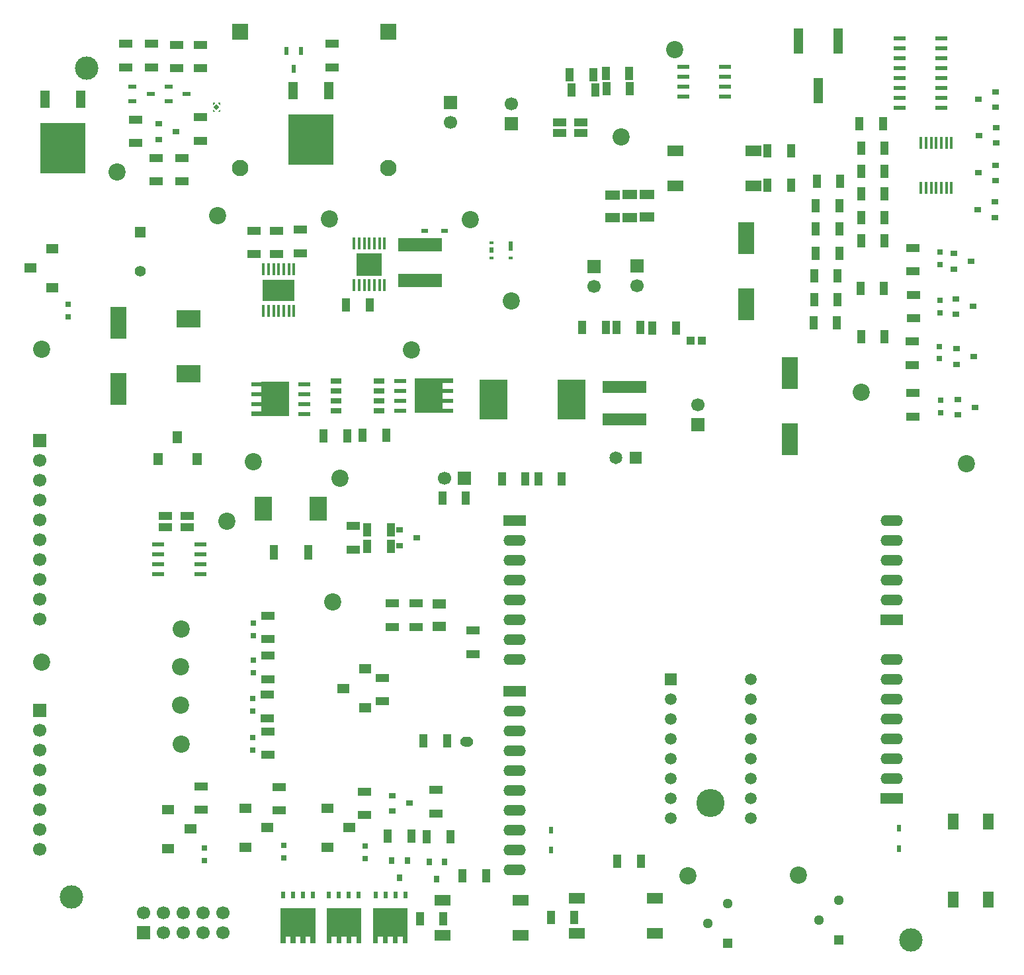
<source format=gts>
G04*
G04 #@! TF.GenerationSoftware,Altium Limited,Altium Designer,22.2.1 (43)*
G04*
G04 Layer_Color=8388736*
%FSLAX25Y25*%
%MOIN*%
G70*
G04*
G04 #@! TF.SameCoordinates,5D24457F-3748-4EF7-84A7-D0A6444830B3*
G04*
G04*
G04 #@! TF.FilePolarity,Negative*
G04*
G01*
G75*
%ADD18R,0.06299X0.04724*%
%ADD19R,0.04724X0.06299*%
%ADD20R,0.08268X0.05512*%
%ADD21R,0.03543X0.03150*%
%ADD22R,0.03937X0.02362*%
%ADD23R,0.01772X0.05906*%
%ADD24R,0.01772X0.06299*%
%ADD25R,0.12598X0.11221*%
%ADD26R,0.01772X0.06102*%
%ADD27R,0.16142X0.10827*%
%ADD28R,0.05906X0.02362*%
%ADD29R,0.06102X0.02362*%
%ADD30R,0.06299X0.02362*%
%ADD31R,0.05787X0.02559*%
%ADD32R,0.03937X0.07598*%
%ADD33R,0.01968X0.03347*%
%ADD34R,0.06890X0.04331*%
%ADD35R,0.04134X0.07087*%
%ADD36R,0.03937X0.03937*%
%ADD37R,0.04685X0.12992*%
%ADD38R,0.03150X0.03150*%
%ADD39R,0.22047X0.06496*%
%ADD40R,0.22441X0.07087*%
%ADD41R,0.13976X0.20079*%
%ADD43R,0.01968X0.01575*%
%ADD44R,0.01968X0.05118*%
%ADD45R,0.01968X0.02953*%
%ADD46R,0.08661X0.12402*%
%ADD47R,0.07480X0.05118*%
%ADD48R,0.08268X0.16142*%
%ADD49R,0.07087X0.04724*%
%ADD50R,0.02362X0.03937*%
%ADD51R,0.12402X0.08661*%
%ADD52R,0.03347X0.01968*%
%ADD53R,0.03150X0.03543*%
%ADD54R,0.07087X0.04134*%
%ADD55R,0.05512X0.08268*%
%ADD56R,0.22835X0.25197*%
%ADD57R,0.04724X0.08661*%
%ADD58P,0.02673X4X360.0*%
%ADD59R,0.05512X0.02362*%
%ADD60R,0.01968X0.03642*%
%ADD61C,0.11811*%
%ADD62C,0.05906*%
%ADD63C,0.05079*%
%ADD64R,0.05079X0.05079*%
%ADD65C,0.14173*%
%ADD66R,0.05906X0.05906*%
%ADD67C,0.08661*%
%ADD68C,0.08268*%
%ADD69R,0.08268X0.08268*%
%ADD70C,0.06693*%
%ADD71R,0.06693X0.06693*%
%ADD72R,0.06457X0.06457*%
%ADD73C,0.06457*%
%ADD74R,0.05512X0.05512*%
%ADD75C,0.05512*%
%ADD76R,0.11201X0.05598*%
%ADD77O,0.11201X0.05598*%
%ADD78R,0.06693X0.06693*%
G36*
X98152Y434175D02*
X97327Y434852D01*
Y435466D01*
X98152D01*
Y434175D01*
D02*
G37*
G36*
X95592Y434852D02*
X94768Y434175D01*
Y435466D01*
X95592D01*
Y434852D01*
D02*
G37*
G36*
X98152Y430665D02*
X97327D01*
Y431279D01*
X98152Y431957D01*
Y430665D01*
D02*
G37*
G36*
X95592Y431279D02*
Y430665D01*
X94768D01*
Y431957D01*
X95592Y431279D01*
D02*
G37*
G36*
X215751Y293971D02*
X210436D01*
Y278971D01*
X196479D01*
Y296334D01*
X215751D01*
Y293971D01*
D02*
G37*
G36*
X133094Y277397D02*
X113822D01*
Y279759D01*
X119137D01*
Y294759D01*
X133094D01*
Y277397D01*
D02*
G37*
G36*
X224186Y115748D02*
X225016Y115194D01*
X225570Y114364D01*
X225765Y113386D01*
X225570Y112407D01*
X225016Y111578D01*
X224186Y111023D01*
X223208Y110829D01*
X223005Y110869D01*
X222010D01*
X221808Y110829D01*
X220829Y111023D01*
X220000Y111578D01*
X219445Y112407D01*
X219251Y113386D01*
X219445Y114364D01*
X220000Y115194D01*
X220829Y115748D01*
X221808Y115943D01*
X222006Y115903D01*
X222008Y115886D01*
Y115903D01*
X223008D01*
Y115886D01*
X223010Y115903D01*
X223208Y115943D01*
X224186Y115748D01*
D02*
G37*
G36*
X192768Y11853D02*
X190406D01*
Y15003D01*
X187768D01*
Y11853D01*
X185406D01*
Y15003D01*
X182768D01*
Y11853D01*
X180406D01*
Y15003D01*
X177768D01*
Y11853D01*
X175406D01*
Y29393D01*
X192768D01*
Y11853D01*
D02*
G37*
G36*
X169311Y11829D02*
X166949D01*
Y14978D01*
X164311D01*
Y11829D01*
X161949D01*
Y14978D01*
X159311D01*
Y11829D01*
X156949D01*
Y14978D01*
X154311D01*
Y11829D01*
X151949D01*
Y29368D01*
X169311D01*
Y11829D01*
D02*
G37*
G36*
X146173Y11829D02*
X143811D01*
Y14978D01*
X141173D01*
Y11829D01*
X138811D01*
Y14978D01*
X136173D01*
Y11829D01*
X133811D01*
Y14978D01*
X131173D01*
Y11829D01*
X128811D01*
Y29368D01*
X146173D01*
Y11829D01*
D02*
G37*
D18*
X72138Y59449D02*
D03*
Y79134D02*
D03*
X83162Y69291D02*
D03*
X2759Y351963D02*
D03*
X13782Y342121D02*
D03*
Y361806D02*
D03*
X122138Y70079D02*
D03*
X111114Y79921D02*
D03*
Y60236D02*
D03*
X163477Y70079D02*
D03*
X152453Y79921D02*
D03*
Y60236D02*
D03*
X160236Y140248D02*
D03*
X171260Y130406D02*
D03*
Y150091D02*
D03*
D19*
X76775Y266924D02*
D03*
X66932Y255901D02*
D03*
X86617D02*
D03*
D20*
X277953Y34449D02*
D03*
X317323D02*
D03*
X277953Y16732D02*
D03*
X317323D02*
D03*
X327562Y411019D02*
D03*
X366932D02*
D03*
X327562Y393302D02*
D03*
X366932D02*
D03*
X210236Y33465D02*
D03*
X249606D02*
D03*
X210236Y15748D02*
D03*
X249606D02*
D03*
D21*
X470082Y285822D02*
D03*
Y277948D02*
D03*
X478743Y281885D02*
D03*
X197247Y216137D02*
D03*
X188586Y212200D02*
D03*
Y220074D02*
D03*
X480712Y418893D02*
D03*
X489373Y422830D02*
D03*
Y414956D02*
D03*
X480318Y437003D02*
D03*
X488979Y440940D02*
D03*
Y433066D02*
D03*
Y396058D02*
D03*
Y403932D02*
D03*
X480318Y399995D02*
D03*
X185039Y86221D02*
D03*
Y78347D02*
D03*
X193701Y82284D02*
D03*
X476775Y355507D02*
D03*
X468113Y351570D02*
D03*
Y359444D02*
D03*
X477562Y332672D02*
D03*
X468901Y328735D02*
D03*
Y336609D02*
D03*
X477956Y307475D02*
D03*
X469294Y303538D02*
D03*
Y311412D02*
D03*
X75987Y420861D02*
D03*
X67326Y416924D02*
D03*
Y424798D02*
D03*
X488586Y377554D02*
D03*
Y385428D02*
D03*
X479924Y381491D02*
D03*
D22*
X72247Y443499D02*
D03*
Y436019D02*
D03*
X81302Y439759D02*
D03*
X63192D02*
D03*
X54137Y436019D02*
D03*
Y443499D02*
D03*
D23*
X451428Y415153D02*
D03*
X453987D02*
D03*
X456546D02*
D03*
X459105D02*
D03*
X461664D02*
D03*
X464223D02*
D03*
X466782D02*
D03*
Y392318D02*
D03*
X464223D02*
D03*
X461664D02*
D03*
X459105D02*
D03*
X456546D02*
D03*
X453987D02*
D03*
X451428D02*
D03*
D24*
X165751Y343302D02*
D03*
X168310D02*
D03*
X170869D02*
D03*
X173428D02*
D03*
X175987D02*
D03*
X178546D02*
D03*
X181105D02*
D03*
Y364562D02*
D03*
X178546D02*
D03*
X175987D02*
D03*
X173428D02*
D03*
X170869D02*
D03*
X168310D02*
D03*
X165751D02*
D03*
D25*
X173428Y353932D02*
D03*
D26*
X120082Y330310D02*
D03*
X122641D02*
D03*
X125200D02*
D03*
X127759D02*
D03*
X130318D02*
D03*
X132877D02*
D03*
X135436D02*
D03*
Y351570D02*
D03*
X132877D02*
D03*
X130318D02*
D03*
X127759D02*
D03*
X125200D02*
D03*
X122641D02*
D03*
X120082D02*
D03*
D27*
X127759Y340940D02*
D03*
D28*
X352562Y438558D02*
D03*
Y443558D02*
D03*
Y448558D02*
D03*
Y453558D02*
D03*
X331696D02*
D03*
Y448558D02*
D03*
Y443558D02*
D03*
Y438558D02*
D03*
X140554Y278578D02*
D03*
Y283578D02*
D03*
Y288578D02*
D03*
Y293578D02*
D03*
X189019Y280153D02*
D03*
Y285153D02*
D03*
Y290153D02*
D03*
Y295152D02*
D03*
D29*
X88192Y197751D02*
D03*
Y202751D02*
D03*
Y207751D02*
D03*
Y212751D02*
D03*
X66932D02*
D03*
Y207751D02*
D03*
Y202751D02*
D03*
Y197751D02*
D03*
D30*
X461814Y467889D02*
D03*
Y462889D02*
D03*
Y457889D02*
D03*
Y452889D02*
D03*
Y447889D02*
D03*
Y442889D02*
D03*
Y437889D02*
D03*
Y432889D02*
D03*
X440554D02*
D03*
Y437889D02*
D03*
Y442889D02*
D03*
Y447889D02*
D03*
Y452889D02*
D03*
Y457889D02*
D03*
Y462889D02*
D03*
Y467889D02*
D03*
D31*
X178349Y280153D02*
D03*
Y285153D02*
D03*
Y290153D02*
D03*
Y295152D02*
D03*
X156578D02*
D03*
Y290153D02*
D03*
Y285153D02*
D03*
Y280153D02*
D03*
D32*
X142562Y208656D02*
D03*
X125160D02*
D03*
D33*
X264961Y58661D02*
D03*
Y68898D02*
D03*
X440158Y69685D02*
D03*
Y59449D02*
D03*
D34*
X81499Y227005D02*
D03*
X70672Y221494D02*
D03*
X81499D02*
D03*
X70672Y227005D02*
D03*
X269291Y420079D02*
D03*
X280118Y425591D02*
D03*
X269291D02*
D03*
X280118Y420079D02*
D03*
D35*
X410239Y359444D02*
D03*
X398428D02*
D03*
X194488Y65748D02*
D03*
X182677D02*
D03*
X202362Y65354D02*
D03*
X214173D02*
D03*
X184255Y220074D02*
D03*
X172444D02*
D03*
X184255Y211806D02*
D03*
X172444D02*
D03*
X212598Y113779D02*
D03*
X200787D02*
D03*
X161814Y333460D02*
D03*
X173625D02*
D03*
X150397Y267318D02*
D03*
X162208D02*
D03*
X170082Y267711D02*
D03*
X181893D02*
D03*
X409058Y324404D02*
D03*
X397247D02*
D03*
X421263Y377554D02*
D03*
X433074D02*
D03*
X397641Y336215D02*
D03*
X409452D02*
D03*
X420475Y424798D02*
D03*
X432286D02*
D03*
X280712Y322042D02*
D03*
X292523D02*
D03*
X298034D02*
D03*
X309845D02*
D03*
X316145Y321649D02*
D03*
X327956D02*
D03*
X374019Y393696D02*
D03*
X385830D02*
D03*
X374019Y411019D02*
D03*
X385830D02*
D03*
X421263Y365743D02*
D03*
X433074D02*
D03*
X433074Y400782D02*
D03*
X421263D02*
D03*
X433074Y317318D02*
D03*
X421263D02*
D03*
X421263Y389365D02*
D03*
X433074D02*
D03*
X397641Y348026D02*
D03*
X409452D02*
D03*
X420869Y341727D02*
D03*
X432680D02*
D03*
X287247Y441732D02*
D03*
X275436D02*
D03*
X292913Y442520D02*
D03*
X304724D02*
D03*
X286221Y449606D02*
D03*
X274410D02*
D03*
X292520Y450000D02*
D03*
X304331D02*
D03*
X210236Y236221D02*
D03*
X222047D02*
D03*
X258661Y245669D02*
D03*
X270472D02*
D03*
X232283Y45669D02*
D03*
X220472D02*
D03*
X198819Y24016D02*
D03*
X210630D02*
D03*
X310236Y53150D02*
D03*
X298425D02*
D03*
X264961Y24946D02*
D03*
X276772D02*
D03*
X251972Y245664D02*
D03*
X240160D02*
D03*
X398822Y395664D02*
D03*
X410633D02*
D03*
X421263Y412593D02*
D03*
X433074D02*
D03*
X410239Y383460D02*
D03*
X398428D02*
D03*
X410239Y371649D02*
D03*
X398428D02*
D03*
D36*
X335236Y315354D02*
D03*
X341142D02*
D03*
D37*
X399609Y441334D02*
D03*
X409609Y466530D02*
D03*
X389609D02*
D03*
D38*
X461420Y285428D02*
D03*
Y279129D02*
D03*
X21656Y333853D02*
D03*
Y327554D02*
D03*
X461027Y329522D02*
D03*
Y335822D02*
D03*
X460633Y306294D02*
D03*
Y312593D02*
D03*
X461027Y353932D02*
D03*
Y360231D02*
D03*
X90158Y53543D02*
D03*
Y59842D02*
D03*
X114567Y115354D02*
D03*
Y109055D02*
D03*
X130315Y54724D02*
D03*
Y61024D02*
D03*
X171260Y54331D02*
D03*
Y60630D02*
D03*
X114567Y135039D02*
D03*
Y128740D02*
D03*
X114961Y148031D02*
D03*
Y154331D02*
D03*
Y173228D02*
D03*
Y166929D02*
D03*
D39*
X301969Y292028D02*
D03*
Y275689D02*
D03*
D40*
X198822Y345664D02*
D03*
Y363774D02*
D03*
D41*
X275200Y285822D02*
D03*
X235830D02*
D03*
D43*
X235042Y364759D02*
D03*
Y357278D02*
D03*
X244491D02*
D03*
D44*
Y362987D02*
D03*
D45*
X235042Y361019D02*
D03*
D46*
X120082Y230704D02*
D03*
X147641D02*
D03*
D47*
X313389Y377751D02*
D03*
Y389168D02*
D03*
X304727Y377554D02*
D03*
Y388971D02*
D03*
X296066Y377357D02*
D03*
Y388774D02*
D03*
D48*
X363389Y333656D02*
D03*
Y367121D02*
D03*
X46853Y324601D02*
D03*
Y291137D02*
D03*
X385433Y299213D02*
D03*
Y265748D02*
D03*
D49*
X208664Y171452D02*
D03*
Y182869D02*
D03*
D50*
X135239Y452357D02*
D03*
X131499Y461412D02*
D03*
X138979D02*
D03*
D51*
X82286Y326373D02*
D03*
Y298814D02*
D03*
D52*
X211420Y370861D02*
D03*
X201184D02*
D03*
D53*
X188583Y44882D02*
D03*
X184646Y53543D02*
D03*
X192520D02*
D03*
X207480Y44094D02*
D03*
X203543Y52756D02*
D03*
X211417D02*
D03*
D54*
X207087Y88976D02*
D03*
Y77165D02*
D03*
X225590Y157480D02*
D03*
Y169291D02*
D03*
X165354Y222047D02*
D03*
Y210236D02*
D03*
X154727Y453145D02*
D03*
Y464956D02*
D03*
X63783D02*
D03*
Y453145D02*
D03*
X50790Y464956D02*
D03*
Y453145D02*
D03*
X55515Y426767D02*
D03*
Y414956D02*
D03*
X76381Y452751D02*
D03*
Y464562D02*
D03*
X88192Y452751D02*
D03*
Y464562D02*
D03*
Y427948D02*
D03*
Y416137D02*
D03*
X66145Y407475D02*
D03*
Y395664D02*
D03*
X79137Y407475D02*
D03*
Y395664D02*
D03*
X196853Y183066D02*
D03*
Y171255D02*
D03*
X185042D02*
D03*
Y183066D02*
D03*
X115357Y370861D02*
D03*
Y359050D02*
D03*
X126775Y370861D02*
D03*
Y359050D02*
D03*
X138586Y359483D02*
D03*
Y371294D02*
D03*
X447247Y350389D02*
D03*
Y362200D02*
D03*
X447641Y338578D02*
D03*
Y326767D02*
D03*
X446853Y314956D02*
D03*
Y303145D02*
D03*
X88583Y79134D02*
D03*
Y90945D02*
D03*
X122441Y118504D02*
D03*
Y106693D02*
D03*
X127953Y78740D02*
D03*
Y90551D02*
D03*
X170866Y76378D02*
D03*
Y88189D02*
D03*
X122047Y137008D02*
D03*
Y125197D02*
D03*
X122441Y144882D02*
D03*
Y156693D02*
D03*
Y176772D02*
D03*
Y164961D02*
D03*
X179921Y145472D02*
D03*
Y133661D02*
D03*
X447247Y288971D02*
D03*
Y277160D02*
D03*
D55*
X467520Y33858D02*
D03*
Y73228D02*
D03*
X485236Y33858D02*
D03*
Y73228D02*
D03*
D56*
X18901Y412397D02*
D03*
X144097Y416727D02*
D03*
D57*
X27877Y437200D02*
D03*
X9924D02*
D03*
X135121Y441530D02*
D03*
X153074D02*
D03*
D58*
X96460Y433066D02*
D03*
D59*
X116578Y283578D02*
D03*
Y288578D02*
D03*
Y293578D02*
D03*
X212995Y280153D02*
D03*
Y285153D02*
D03*
Y290153D02*
D03*
D60*
X176587Y36220D02*
D03*
X181587D02*
D03*
X186587D02*
D03*
X191587D02*
D03*
X144992Y36196D02*
D03*
X139992D02*
D03*
X134992D02*
D03*
X129992D02*
D03*
X168130Y36196D02*
D03*
X163130D02*
D03*
X158130D02*
D03*
X153130D02*
D03*
D61*
X31105Y452751D02*
D03*
X23228Y35039D02*
D03*
X446457Y13386D02*
D03*
D62*
X325277Y104922D02*
D03*
X365591Y144923D02*
D03*
X325277Y74922D02*
D03*
X365591Y74923D02*
D03*
X325277Y84922D02*
D03*
X365591Y84923D02*
D03*
X325277Y94922D02*
D03*
X365591Y94923D02*
D03*
Y104923D02*
D03*
X325277Y114922D02*
D03*
Y124922D02*
D03*
X365591Y124923D02*
D03*
X325277Y134922D02*
D03*
X365591Y134923D02*
D03*
Y114923D02*
D03*
D63*
X399843Y23386D02*
D03*
X409842Y33386D02*
D03*
X353937Y31811D02*
D03*
X343937Y21811D02*
D03*
D64*
X409842Y13386D02*
D03*
X353937Y11811D02*
D03*
D65*
X345433Y82401D02*
D03*
D66*
X325277Y144922D02*
D03*
D67*
X8268Y153543D02*
D03*
X224412Y376373D02*
D03*
X300397Y418105D02*
D03*
X474409Y253543D02*
D03*
X46460Y400389D02*
D03*
X244885Y335428D02*
D03*
X155118Y183858D02*
D03*
X333858Y45669D02*
D03*
X8271Y311019D02*
D03*
X153153Y376767D02*
D03*
X158782Y246255D02*
D03*
X194491Y310625D02*
D03*
X114964Y254326D02*
D03*
X421263Y289365D02*
D03*
X101578Y224404D02*
D03*
X327168Y462200D02*
D03*
X78740Y112205D02*
D03*
X78347Y151181D02*
D03*
X78347Y131890D02*
D03*
X78740Y170079D02*
D03*
X389764Y46063D02*
D03*
X96853Y378341D02*
D03*
D68*
X108271Y402357D02*
D03*
X183106Y402325D02*
D03*
D69*
X108271Y471255D02*
D03*
X183106Y471223D02*
D03*
D70*
X7483Y215271D02*
D03*
Y225271D02*
D03*
Y235271D02*
D03*
Y245271D02*
D03*
Y255271D02*
D03*
Y205271D02*
D03*
Y195271D02*
D03*
Y185271D02*
D03*
Y175271D02*
D03*
X7480Y79055D02*
D03*
Y89055D02*
D03*
Y99055D02*
D03*
Y109055D02*
D03*
Y119055D02*
D03*
Y69055D02*
D03*
Y59055D02*
D03*
X286614Y342756D02*
D03*
X99618Y27047D02*
D03*
X89618D02*
D03*
X99618Y17047D02*
D03*
X89618D02*
D03*
X79618Y27047D02*
D03*
Y17047D02*
D03*
X69618Y27047D02*
D03*
Y17047D02*
D03*
X59618Y27047D02*
D03*
X211263Y246255D02*
D03*
X244882Y434921D02*
D03*
X214173Y425315D02*
D03*
X338976Y283228D02*
D03*
X308268Y343032D02*
D03*
D71*
X7483Y265271D02*
D03*
X7480Y129055D02*
D03*
X286614Y352756D02*
D03*
X59618Y17047D02*
D03*
X244882Y424921D02*
D03*
X214173Y435315D02*
D03*
X338976Y273228D02*
D03*
X308268Y353031D02*
D03*
D72*
X307756Y256299D02*
D03*
D73*
X297756D02*
D03*
D74*
X57877Y370074D02*
D03*
D75*
Y350389D02*
D03*
D76*
X436732Y84614D02*
D03*
X246732Y224614D02*
D03*
Y138614D02*
D03*
X436732Y174614D02*
D03*
D77*
Y94614D02*
D03*
Y104614D02*
D03*
Y114614D02*
D03*
Y124614D02*
D03*
Y134614D02*
D03*
Y144614D02*
D03*
Y154614D02*
D03*
Y184614D02*
D03*
Y194614D02*
D03*
Y204614D02*
D03*
Y214614D02*
D03*
Y224614D02*
D03*
X246732Y214614D02*
D03*
Y204614D02*
D03*
Y194614D02*
D03*
Y184614D02*
D03*
Y174614D02*
D03*
Y164614D02*
D03*
Y154614D02*
D03*
Y128614D02*
D03*
Y118614D02*
D03*
Y108614D02*
D03*
Y98614D02*
D03*
Y88614D02*
D03*
Y78614D02*
D03*
Y68614D02*
D03*
Y58614D02*
D03*
Y48614D02*
D03*
D78*
X221263Y246255D02*
D03*
M02*

</source>
